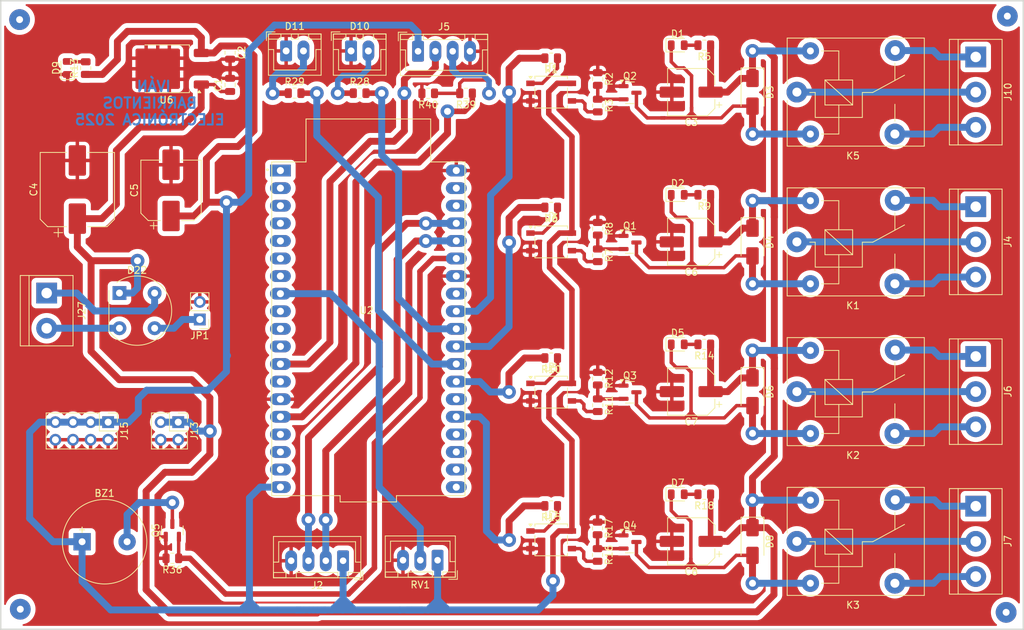
<source format=kicad_pcb>
(kicad_pcb (version 20240108) (generator "pcbnew") (generator_version "8.0")
  (layers (0 "F.Cu" signal) (31 "B.Cu" signal) (34 "B.Paste" user) (35 "F.Paste" user) (36 "B.SilkS" user "B.Silkscreen") (37 "F.SilkS" user "F.Silkscreen") (38 "B.Mask" user) (39 "F.Mask" user) (44 "Edge.Cuts" user))
  (net 0 "")
  (net 1 "Net-(BZ1--)")
  (net 2 "+5V")
  (net 3 "+12V")
  (net 4 "Net-(D1-A)")
  (net 5 "Net-(D1-K)")
  (net 6 "Net-(D2-K)")
  (net 7 "Net-(D2-A)")
  (net 8 "Net-(D5-K)")
  (net 9 "Net-(D5-A)")
  (net 10 "Net-(D7-K)")
  (net 11 "Net-(D7-A)")
  (net 12 "Net-(D9-A)")
  (net 13 "Net-(D10-A)")
  (net 14 "Net-(D11-A)")
  (net 15 "Net-(D22--)")
  (net 16 "Net-(J5-Pin_3)")
  (net 17 "Net-(J27-Pin_2)")
  (net 18 "Net-(J27-Pin_1)")
  (net 19 "Net-(J4-Pin_1)")
  (net 20 "Net-(J4-Pin_3)")
  (net 21 "Net-(J4-Pin_2)")
  (net 22 "Net-(J6-Pin_3)")
  (net 23 "Net-(J6-Pin_1)")
  (net 24 "Net-(J6-Pin_2)")
  (net 25 "Net-(J7-Pin_1)")
  (net 26 "Net-(J7-Pin_3)")
  (net 27 "Net-(J7-Pin_2)")
  (net 28 "Net-(J10-Pin_2)")
  (net 29 "Net-(J10-Pin_3)")
  (net 30 "Net-(J10-Pin_1)")
  (net 31 "TRIG")
  (net 32 "ECHO")
  (net 33 "Net-(Q1-G)")
  (net 34 "Net-(Q2-G)")
  (net 35 "Net-(Q3-G)")
  (net 36 "Net-(Q4-G)")
  (net 37 "BUZZER")
  (net 38 "RELAY 1")
  (net 39 "Net-(R1-Pad1)")
  (net 40 "Net-(R3-Pad2)")
  (net 41 "Net-(R6-Pad1)")
  (net 42 "RELAY 2")
  (net 43 "Net-(R7-Pad2)")
  (net 44 "Net-(R10-Pad1)")
  (net 45 "RELAY 3")
  (net 46 "Net-(R11-Pad2)")
  (net 47 "RELAY 4")
  (net 48 "Net-(R15-Pad1)")
  (net 49 "Net-(R16-Pad2)")
  (net 51 "LED - ADVERTENCIA 1")
  (net 52 "LED - ADVERTENCIA 2")
  (net 53 "POTENCIOMETRO")
  (net 63 "+3.3V")
  (net 65 "Earth")
  (net 70 "RX0")
  (net 71 "TX0")
  (net 77 "unconnected-(U2-IO32-Pad7)")
  (footprint "TerminalBlock:TerminalBlock_bornier-3_P5.08mm" (layer "F.Cu") (at 207.165 53.894445 -90)
    (property "Reference" "J10")
    (property "Value" "SALIDA - RELAY 1")
  )
  (footprint "TerminalBlock:TerminalBlock_bornier-3_P5.08mm" (layer "F.Cu") (at 207.165 97.145555 -90)
    (property "Reference" "J6")
    (property "Value" "SALIDA - RELAY 3")
  )
  (footprint "Resistor_SMD:R_0805_2012Metric" (layer "F.Cu") (at 152.575 100.355555 -90)
    (property "Reference" "R12")
    (property "Value" "33KΩ")
  )
  (footprint "Resistor_SMD:R_0805_2012Metric" (layer "F.Cu") (at 152.575 60.913055 -90)
    (property "Reference" "R3")
    (property "Value" "1KΩ")
  )
  (footprint "Capacitor_SMD:CP_Elec_10x10.5" (layer "F.Cu") (at 77.423332 73.0425 90)
    (property "Reference" "C4")
    (property "Value" "2200uF")
  )
  (footprint "Capacitor_SMD:C_0805_2012Metric" (layer "F.Cu") (at 99.483332 53.26 -90)
    (property "Reference" "C2")
    (property "Value" "100nF")
  )
  (footprint "TerminalBlock:TerminalBlock_bornier-3_P5.08mm" (layer "F.Cu") (at 207.165 118.771111 -90)
    (property "Reference" "J7")
    (property "Value" "SALIDA - RELAY 4")
  )
  (footprint "Resistor_SMD:R_0805_2012Metric" (layer "F.Cu") (at 167.9625 73.800555 180)
    (property "Reference" "R9")
    (property "Value" "470Ω")
  )
  (footprint "Diode_SMD:D_SMA" (layer "F.Cu") (at 174.925 58.996945 -90)
    (property "Reference" "D3")
    (property "Value" "1N4007")
  )
  (footprint "Resistor_SMD:R_0805_2012Metric" (layer "F.Cu") (at 108.8 59.125)
    (property "Reference" "R29")
    (property "Value" "220Ω")
  )
  (footprint "Connector_JST:JST_XH_B2B-XH-A_1x02_P2.50mm_Vertical" (layer "F.Cu") (at 107.575 53.025)
    (property "Reference" "D11")
    (property "Value" "LED")
  )
  (footprint "Resistor_SMD:R_0805_2012Metric" (layer "F.Cu") (at 167.9625 52.200555 180)
    (property "Reference" "R5")
    (property "Value" "470Ω")
  )
  (footprint "Capacitor_SMD:C_0805_2012Metric" (layer "F.Cu") (at 99.483332 57.93 90)
    (property "Reference" "C1")
    (property "Value" "100nF")
  )
  (footprint "Package_TO_SOT_SMD:TO-252-2" (layer "F.Cu") (at 90.293332 55.6 180)
    (property "Reference" "U6")
    (property "Value" "L7805")
  )
  (footprint "Package_TO_SOT_SMD:SOT-23" (layer "F.Cu") (at 157.225 59.061945)
    (property "Reference" "Q2")
    (property "Value" "2N7000")
  )
  (footprint "Relay_THT:Relay_SPDT_SANYOU_SRD_Series_Form_C" (layer "F.Cu") (at 181.335 80.6)
    (property "Reference" "K1")
    (property "Value" "RELAY 2")
  )
  (footprint "Resistor_SMD:R_0805_2012Metric" (layer "F.Cu") (at 78.633332 55.505 90)
    (property "Reference" "R13")
    (property "Value" "220Ω")
  )
  (footprint "Resistor_SMD:R_0805_2012Metric" (layer "F.Cu") (at 91.143332 126.2975 180)
    (property "Reference" "R36")
    (property "Value" "33KΩ")
  )
  (footprint "Relay_THT:Relay_SPDT_SANYOU_SRD_Series_Form_C" (layer "F.Cu") (at 181.335 58.974445)
    (property "Reference" "K5")
    (property "Value" "RELAY 1")
  )
  (footprint "LED_SMD:LED_0805_2012Metric" (layer "F.Cu") (at 164.125 95.400555)
    (property "Reference" "D5")
    (property "Value" "LED")
  )
  (footprint "Buzzer_Beeper:MagneticBuzzer_ProSignal_ABT-410-RC" (layer "F.Cu") (at 78.108332 123.9)
    (property "Reference" "BZ1")
    (property "Value" "Buzzer")
  )
  (footprint "Capacitor_SMD:CP_Elec_6.3x5.4" (layer "F.Cu") (at 166.075 80.6 180)
    (property "Reference" "C6")
    (property "Value" "10uF")
  )
  (footprint "Package_TO_SOT_SMD:SOT-23" (layer "F.Cu") (at 157.225 80.6875)
    (property "Reference" "Q1")
    (property "Value" "2N7000")
  )
  (footprint "Package_TO_SOT_SMD:SOT-23" (layer "F.Cu") (at 91.143332 122.2625 90)
    (property "Reference" "Q5")
    (property "Value" "2N7000")
  )
  (footprint "Package_SO:SO-4_4.4x4.3mm_P2.54mm" (layer "F.Cu") (at 145.85 102.300555)
    (property "Reference" "U5")
    (property "Value" "PC817")
  )
  (footprint "Capacitor_SMD:CP_Elec_8x10.5" (layer "F.Cu") (at 90.953332 73.16 90)
    (property "Reference" "C5")
    (property "Value" "1000uF")
  )
  (footprint "LED_SMD:LED_0805_2012Metric" (layer "F.Cu") (at 164.125 52.200555)
    (property "Reference" "D1")
    (property "Value" "LED")
  )
  (footprint "Connector_PinHeader_2.54mm:PinHeader_1x02_P2.54mm_Vertical" (layer "F.Cu") (at 95.103332 91.81 180)
    (property "Reference" "JP1")
    (property "Value" "JUMPER")
  )
  (footprint "Connector_JST:JST_XH_B2B-XH-A_1x02_P2.50mm_Vertical" (layer "F.Cu") (at 116.95 53.025)
    (property "Reference" "D10")
    (property "Value" "LED")
  )
  (footprint "Relay_THT:Relay_SPDT_SANYOU_SRD_Series_Form_C" (layer "F.Cu") (at 181.335 102.225555)
    (property "Reference" "K2")
    (property "Value" "RELAY 3")
  )
  (footprint "Resistor_SMD:R_0805_2012Metric" (layer "F.Cu") (at 167.9625 117.050555 180)
    (property "Reference" "R18")
    (property "Value" "470Ω")
  )
  (footprint "Connector_JST:JST_XH_B4B-XH-A_1x04_P2.50mm_Vertical" (layer "F.Cu") (at 126.625 53.075)
    (property "Reference" "J5")
    (property "Value" "SENSOR ULTRASONICO")
  )
  (footprint "Resistor_SMD:R_0805_2012Metric" (layer "F.Cu") (at 145.85 118.725555 180)
    (property "Reference" "R15")
    (property "Value" "120Ω")
  )
  (footprint "Resistor_SMD:R_0805_2012Metric" (layer "F.Cu") (at 145.85 97.375555 180)
    (property "Reference" "R10")
    (property "Value" "120Ω")
  )
  (footprint "Capacitor_SMD:CP_Elec_6.3x5.4" (layer "F.Cu") (at 166.075 58.974445 180)
    (property "Reference" "C3")
    (property "Value" "10uF")
  )
  (footprint "LED_SMD:LED_0805_2012Metric" (layer "F.Cu") (at 164.125 117.050555)
    (property "Reference" "D7")
    (property "Value" "LED")
  )
  (footprint "Resistor_SMD:R_0805_2012Metric" (layer "F.Cu") (at 128.091668 59.15 180)
    (property "Reference" "R40")
    (property "Value" "2KΩ")
  )
  (footprint "Connector_PinHeader_2.54mm:PinHeader_2x04_P2.54mm_Vertical" (layer "F.Cu") (at 81.873332 106.635 -90)
    (property "Reference" "J15")
    (property "Value" "5V - GND")
  )
  (footprint "Resistor_SMD:R_0805_2012Metric" (layer "F.Cu") (at 133.554168 59.15 180)
    (property "Reference" "R39")
    (property "Value" "1KΩ")
  )
  (footprint "Resistor_SMD:R_0805_2012Metric" (layer "F.Cu") (at 145.85 54.075555 180)
    (property "Reference" "R1")
    (property "Value" "120Ω")
  )
  (footprint "Package_TO_SOT_SMD:SOT-23" (layer "F.Cu") (at 157.225 123.938611)
    (property "Reference" "Q4")
    (property "Value" "2N7000")
  )
  (footprint "Diode_SMD:D_SMA" (layer "F.Cu") (at 174.925 123.873611 -90)
    (property "Reference" "D8")
    (property "Value" "1N4007")
  )
  (footprint "TerminalBlock:TerminalBlock_bornier-3_P5.08mm" (layer "F.Cu") (at 207.165 75.52 -90)
    (property "Reference" "J4")
    (property "Value" "SALIDA - RELAY 2")
  )
  (footprint "LED_SMD:LED_0805_2012Metric" (layer "F.Cu") (at 76.023332 55.485 90)
    (property "Reference" "D9")
    (property "Value" "LED")
  )
  (footprint "Package_TO_SOT_SMD:SOT-23" (layer "F.Cu") (at 157.225 102.313055)
    (property "Reference" "Q3")
    (property "Value" "2N7000")
  )
  (footprint "Connector_JST:JST_XH_B3B-XH-A_1x03_P2.50mm_Vertical" (layer "F.Cu") (at 129.45 126.575 180)
    (property "Reference" "RV1")
    (property "Value" "POTENCIOMETRO")
  )
  (footprint "Connector_PinHeader_2.54mm:PinHeader_2x02_P2.54mm_Vertical" (layer "F.Cu") (at 91.993332 106.635 -90)
    (property "Reference" "J13")
    (property "Value" "12V - GND")
  )
  (footprint "Diode_SMD:D_SMA" (layer "F.Cu") (at 174.925 102.248055 -90)
    (property "Reference" "D6")
    (property "Value" "1N4007")
  )
  (footprint "Package_SO:SO-4_4.4x4.3mm_P2.54mm" (layer "F.Cu") (at 145.85 80.6)
    (property "Reference" "U3")
    (property "Value" "PC817")
  )
  (footprint "Package_SO:SO-4_4.4x4.3mm_P2.54mm" (layer "F.Cu") (at 145.85 58.974445)
    (property "Reference" "U1")
    (property "Value" "PC817")
  )
  (footprint "Capacitor_SMD:CP_Elec_6.3x5.4" (layer "F.Cu") (at 166.075 123.851111 180)
    (property "Reference" "C8")
    (property "Value" "10uF")
  )
  (footprint "Resistor_SMD:R_0805_2012Metric" (layer "F.Cu") (at 167.9625 95.400555 180)
    (property "Reference" "R14")
    (property "Value" "470Ω")
  )
  (footprint "Diode_SMD:D_SMA" (layer "F.Cu") (at 174.925 80.6225 -90)
    (property "Reference" "D4")
    (property "Value" "1N4007")
  )
  (footprint "Relay_THT:Relay_SPDT_SANYOU_SRD_Series_Form_C" (layer "F.Cu") (at 181.335 123.851111)
    (property "Reference" "K3")
    (property "Value" "RELAY 4")
  )
  (footprint "Connector_JST:JST_XH_B4B-XH-A_1x04_P2.50mm_Vertical" (layer "F.Cu") (at 115.8 126.65 180)
    (property "Reference" "J2")
    (property "Value" "MP3-PLAYER")
  )
  (footprint "Diode_THT:Diode_Bridge_Round_D9.8mm" (layer "F.Cu") (at 83.503332 87.99)
    (property "Reference" "D22")
    (property "Value" "D_Bridge_+A-A")
  )
  (footprint "Resistor_SMD:R_0805_2012Metric" (layer "F.Cu") (at 152.55 121.980555 -90)
    (property "Reference" "R17")
    (property "Value" "33KΩ")
  )
  (footprint "Resistor_SMD:R_0805_2012Metric" (layer "F.Cu") (at 152.55 125.813055 -90)
    (property "Reference" "R16")
    (property "Value" "1KΩ")
  )
  (footprint "Resistor_SMD:R_0805_2012Metric" (layer "F.Cu") (at 152.575 82.538055 -90)
    (property "Reference" "R7")
    (property "Value" "1KΩ")
  )
  (footprint "DEVKIT_V1_ESP32-WROOM-32:MODULE_DEVKIT_V1_ESP32-WROOM-32" (layer "F.Cu") (at 119.4475 93.15)
    (property "Reference" "U2")
    (property "Value" "DEVKIT_V1_ESP32-WROOM-32")
  )
  (footprint "Capacitor_SMD:CP_Elec_6.3x5.4" (layer "F.Cu") (at 166.075 102.225555 180)
    (property "Reference" "C7")
    (property "Value" "10uF")
  )
  (footprint "LED_SMD:LED_0805_2012Metric" (layer "F.Cu") (at 164.125 73.800555)
    (property "Reference" "D2")
    (property "Value" "LED")
  )
  (footprint "Resistor_SMD:R_0805_2012Metric" (layer "F.Cu") (at 152.575 104.188055 -90)
    (property "Reference" "R11")
    (property "Value" "1KΩ")
  )
  (footprint "Resistor_SMD:R_0805_2012Metric" (layer "F.Cu") (at 152.575 57.080555 -90)
    (property "Reference" "R2")
    (property "Value" "33KΩ")
  )
  (footprint "Resistor_SMD:R_0805_2012Metric" (layer "F.Cu") (at 145.85 75.625555 180)
    (property "Reference" "R6")
    (property "Value" "120Ω")
  )
  (footprint "Package_SO:SO-4_4.4x4.3mm_P2.54mm" (layer "F.Cu") (at 145.85 123.625555)
    (property "Reference" "U7")
    (property "Value" "PC817")
  )
  (footprint "Resistor_SMD:R_0805_2012Metric" (layer "F.Cu") (at 152.575 78.705555 -90)
    (property "Reference" "R8")
    (property "Value" "33KΩ")
  )
  (footprint "TerminalBlock:TerminalBlock_bornier-2_P5.08mm" (layer "F.Cu") (at 72.993332 87.995 -90)
    (property "Reference" "J27")
    (property "Value" "ALIMENTACIÓN - 12V")
  )
  (footprint "Resistor_SMD:R_0805_2012Metric" (layer "F.Cu") (at 118.191668 59.125)
    (property "Reference" "R28")
    (property "Value" "220Ω")
  )
  (gr_rect (start 66.353332 45.77) (end 214.033332 136.555) (stroke (width 0.2)) (fill none) (layer "Edge.Cuts"))
  (gr_text "IVÁN \nBARRIENTOS\nELECTRÓNICA 2025" (at 87.883332 63.85 0) (layer "B.Cu") (effects (font (size 1.5 1.5) (thickness 0.3) (bold yes)) (justify bottom mirror)))
  (via (at 211.55 134.1) (size 3) (drill 1) (layers "F.Cu" "B.Cu") (net 0))
  (via (at 211.725 48) (size 3) (drill 1) (layers "F.Cu" "B.Cu") (net 0))
  (via (at 69.183332 133.65) (size 3) (drill 1) (layers "F.Cu" "B.Cu") (net 0))
  (via (at 69.083332 48.5) (size 3) (drill 1) (layers "F.Cu" "B.Cu") (net 0))
  (segment (start 91.143332 121.325) (end 91.143332 118.26) (width 0.5) (layer "F.Cu") (net 1))
  (segment (start 91.143332 118.26) (end 91.133332 118.25) (width 0.5) (layer "F.Cu") (net 1))
  (via (at 91.133332 118.25) (size 2) (drill 1) (layers "F.Cu" "B.Cu") (net 1))
  (segment (start 84.608332 119.975) (end 86.333332 118.25) (width 1) (layer "B.Cu") (net 1))
  (segment (start 84.608332 123.9) (end 84.608332 119.975) (width 1) (layer "B.Cu") (net 1))
  (segment (start 86.333332 118.25) (end 91.133332 118.25) (width 1) (layer "B.Cu") (net 1))
  (segment (start 96.258332 74.875) (end 98.958332 74.875) (width 1) (layer "F.Cu") (net 2))
  (segment (start 145.5 58.925555) (end 145.5 62.075555) (width 0.8) (layer "F.Cu") (net 2))
  (segment (start 145.625 80.750555) (end 145.625 84.325555) (width 0.8) (layer "F.Cu") (net 2))
  (segment (start 148.85 122.355555) (end 148.85 109.300555) (width 0.8) (layer "F.Cu") (net 2))
  (segment (start 81.040832 56.4175) (end 83.208332 54.25) (width 1) (layer "F.Cu") (net 2))
  (segment (start 90.953332 76.86) (end 94.273332 76.86) (width 1) (layer "F.Cu") (net 2))
  (segment (start 147.12 101.030555) (end 148.85 101.030555) (width 0.8) (layer "F.Cu") (net 2))
  (segment (start 84.658332 50.2) (end 94.433332 50.2) (width 1) (layer "F.Cu") (net 2))
  (segment (start 145.625 84.325555) (end 148.85 87.550555) (width 0.8) (layer "F.Cu") (net 2))
  (segment (start 148.85 87.550555) (end 148.85 101.030555) (width 0.8) (layer "F.Cu") (net 2))
  (segment (start 78.633332 56.4175) (end 81.040832 56.4175) (width 1) (layer "F.Cu") (net 2))
  (segment (start 146.108332 123.216668) (end 146.108332 129.55) (width 0.8) (layer "F.Cu") (net 2))
  (segment (start 96.058332 68.625) (end 96.058332 75.075) (width 1) (layer "F.Cu") (net 2))
  (segment (start 95.220832 75.9125) (end 96.258332 74.875) (width 1) (layer "F.Cu") (net 2))
  (segment (start 98.148332 52.31) (end 99.483332 52.31) (width 1) (layer "F.Cu") (net 2))
  (segment (start 102.933332 53.725) (end 102.933332 64.525) (width 1) (layer "F.Cu") (net 2))
  (segment (start 94.433332 50.2) (end 95.333332 51.1) (width 1) (layer "F.Cu") (net 2))
  (segment (start 148.85 79.33) (end 147.045555 79.33) (width 0.8) (layer "F.Cu") (net 2))
  (segment (start 146.969445 122.355555) (end 146.108332 123.216668) (width 0.8) (layer "F.Cu") (net 2))
  (segment (start 95.333332 53.32) (end 97.138332 53.32) (width 1) (layer "F.Cu") (net 2))
  (segment (start 145.525 105.975555) (end 145.525 102.625555) (width 0.8) (layer "F.Cu") (net 2))
  (segment (start 101.518332 52.31) (end 102.933332 53.725) (width 1) (layer "F.Cu") (net 2))
  (segment (start 100.633332 66.825) (end 97.858332 66.825) (width 1) (layer "F.Cu") (net 2))
  (segment (start 148.85 65.425555) (end 148.85 79.33) (width 0.8) (layer "F.Cu") (net 2))
  (segment (start 97.138332 53.32) (end 98.148332 52.31) (width 1) (layer "F.Cu") (net 2))
  (segment (start 146.72111 57.704445) (end 145.5 58.925555) (width 0.8) (layer "F.Cu") (net 2))
  (segment (start 97.858332 66.825) (end 96.058332 68.625) (width 1) (layer "F.Cu") (net 2))
  (segment (start 145.525 102.625555) (end 147.12 101.030555) (width 0.8) (layer "F.Cu") (net 2))
  (segment (start 99.483332 52.31) (end 101.518332 52.31) (width 1) (layer "F.Cu") (net 2))
  (segment (start 95.333332 51.1) (end 95.333332 53.32) (width 1) (layer "F.Cu") (net 2))
  (segment (start 83.208332 54.25) (end 83.208332 51.65) (width 1) (layer "F.Cu") (net 2))
  (segment (start 148.85 109.300555) (end 145.525 105.975555) (width 0.8) (layer "F.Cu") (net 2))
  (segment (start 147.045555 79.33) (end 145.625 80.750555) (width 0.8) (layer "F.Cu") (net 2))
  (segment (start 145.5 62.075555) (end 148.85 65.425555) (width 0.8) (layer "F.Cu") (net 2))
  (segment (start 148.85 122.355555) (end 146.969445 122.355555) (width 0.8) (layer "F.Cu") (net 2))
  (segment (start 94.273332 76.86) (end 95.220832 75.9125) (width 1) (layer "F.Cu") (net 2))
  (segment (start 83.208332 51.65) (end 84.658332 50.2) (width 1) (layer "F.Cu") (net 2))
  (segment (start 102.933332 64.525) (end 100.633332 66.825) (width 1) (layer "F.Cu") (net 2))
  (segment (start 96.058332 75.075) (end 95.220832 75.9125) (width 1) (layer "F.Cu") (net 2))
  (segment (start 148.85 57.704445) (end 146.72111 57.704445) (width 0.8) (layer "F.Cu") (net 2))
  (via (at 146.108332 129.55) (size 2) (drill 1) (layers "F.Cu" "B.Cu") (net 2))
  (via (at 98.958332 74.875) (size 2) (drill 1) (layers "F.Cu" "B.Cu") (net 2))
  (segment (start 125.575 49.3) (end 105.9 49.3) (width 1) (layer "B.Cu") (net 2))
  (segment (start 112.108332 133.75) (end 112.683332 133.75) (width 1) (layer "B.Cu") (net 2))
  (segment (start 98.958332 95.8) (end 98.958332 93.625) (width 1) (layer "B.Cu") (net 2))
  (segment (start 102.275 131.775) (end 102.275 132.5) (width 1) (layer "B.Cu") (net 2))
  (segment (start 81.873332 106.635) (end 74.253332 106.635) (width 1) (layer "B.Cu") (net 2))
  (segment (start 84.823332 106.635) (end 81.873332 106.635) (width 1) (layer "B.Cu") (net 2))
  (segment (start 71.998332 106.635) (end 74.253332 106.635) (width 1) (layer "B.Cu") (net 2))
  (segment (start 112.683332 133.75) (end 113.233332 133.75) (width 1) (layer "B.Cu") (net 2))
  (segment (start 98.958332 99.325) (end 96.258332 102.025) (width 1) (layer "B.Cu") (net 2))
  (segment (start 129.45 131.95) (end 129.45 133.7) (width 1) (layer "B.Cu") (net 2))
  (segment (start 105.9 49.3) (end 102.175 53.025) (width 1) (layer "B.Cu") (net 2))
  (segment (start 102.275 132.55) (end 101.075 133.75) (width 1) (layer "B.Cu") (net 2))
  (segment (start 73.908332 123.9) (end 70.533332 120.525) (width 1) (layer "B.Cu") (net 2))
  (segment (start 129.5 133.75) (end 130.925 133.75) (width 1) (layer "B.Cu") (net 2))
  (segment (start 117.425 133.75) (end 123.983332 133.75) (width 1) (layer "B.Cu") (net 2))
  (segment (start 98.958332 85.775) (end 98.958332 81.675) (width 1) (layer "B.Cu") (net 2))
  (segment (start 115.8 126.65) (end 115.8 131.825) (width 1) (layer "B.Cu") (net 2))
  (segment (start 129.45 133.7) (end 129.5 133.75) (width 1) (layer "B.Cu") (net 2))
  (segment (start 111.508332 133.75) (end 112.108332 133.75) (width 1) (layer "B.Cu") (net 2))
  (segment (start 124.983332 133.75) (end 125.733332 133.75) (width 1) (layer "B.Cu") (net 2))
  (segment (start 127.233332 133.75) (end 128.05 133.75) (width 1) (layer "B.Cu") (net 2))
  (segment (start 125.733332 133.75) (end 127.233332 133.75) (width 1) (layer "B.Cu") (net 2))
  (segment (start 129.45 126.575) (end 129.45 131.95) (width 1) (layer "B.Cu") (net 2))
  (segment (start 123.983332 133.75) (end 127.233332 133.75) (width 1) (layer "B.Cu") (net 2))
  (segment (start 102.275 133.75) (end 103.525 133.75) (width 1) (layer "B.Cu") (net 2))
  (segment (start 146.108332 131.616668) (end 146.108332 129.55) (width 1) (layer "B.Cu") (net 2))
  (segment (start 102.275 132.5) (end 103.525 133.75) (width 1) (layer "B.Cu") (net 2))
  (segment (start 98.958332 83.65) (end 98.958332 81.675) (width 1) (layer "B.Cu") (net 2))
  (segment (start 78.108332 129.625) (end 82.233332 133.75) (width 1) (layer "B.Cu") (net 2))
  (segment (start 98.958332 94.425) (end 98.958332 94.4) (width 1) (layer "B.Cu") (net 2))
  (segment (start 78.108332 123.9) (end 73.908332 123.9) (width 1) (layer "B.Cu") (net 2))
  (segment (start 128.05 133.75) (end 129.5 133.75) (width 1) (layer "B.Cu") (net 2))
  (segment (start 114.2 133.75) (end 115.75 133.75) (width 1) (layer "B.Cu") (net 2))
  (segment (start 129.45 132.275) (end 129.45 132.35) (width 1) (layer "B.Cu") (net 2))
  (segment (start 102.175 53.025) (end 102.175 73.65) (width 1) (layer "B.Cu") (net 2))
  (segment (start 98.958332 97.025) (end 98.958332 99.325) (width 1) (layer "B.Cu") (net 2))
  (segment (start 82.233332 133.75) (end 101.075 133.75) (width 1) (layer "B.Cu") (net 2))
  (segment (start 101.075 133.75) (end 102.275 133.75) (width 1) (layer "B.Cu") (net 2))
  (segment (start 109.108332 133.75) (end 110.083332 133.75) (width 1) (layer "B.Cu") (net 2))
  (segment (start 113.233332 133.75) (end 114.2 133.75) (width 1) (layer "B.Cu") (net 2))
  (segment (start 87.433332 102.025) (end 86.233332 103.225) (width 1) (layer "B.Cu") (net 2))
  (segment (start 78.108332 123.9) (end 78.108332 129.625) (width 1) (layer "B.Cu") (net 2))
  (segment (start 102.275 132.5) (end 102.275 132.55) (width 1) (layer "B.Cu") (net 2))
  (segment (start 129.45 132.275) (end 130.925 133.75) (width 1) (layer "B.Cu") (net 2))
  (segment (start 100.95 74.875) (end 98.958332 74.875) (width 1) (layer "B.Cu") (net 2))
  (segment (start 110.933332 133.75) (end 111.508332 133.75) (width 1) (layer "B.Cu") (net 2))
  (segment (start 110.083332 133.75) (end 110.933332 133.75) (width 1) (layer "B.Cu") (net 2))
  (segment (start 115.8 132.125) (end 115.8 132.15) (width 1) (layer "B.Cu") (net 2))
  (segment (start 126.625 50.35) (end 125.575 49.3) (width 1) (layer "B.Cu") (net 2))
  (segment (start 126.625 53.075) (end 126.625 50.35) (width 1) (layer "B.Cu") (net 2))
  (segment (start 102.275 131.775) (end 102.275 133.75) (width 1) (layer "B.Cu") (net 2))
  (segment (start 115.8 133.7) (end 115.75 133.75) (width 1) (layer "B.Cu") (net 2))
  (segment (start 98.958332 74.875) (end 98.958332 81.675) (width 1) (layer "B.Cu") (net 2))
  (segment (start 98.958332 94.4) (end 98.958332 97.025) (width 1) (layer "B.Cu") (net 2))
  (segment (start 102.175 73.65) (end 100.95 74.875) (width 1) (layer "B.Cu") (net 2))
  (segment (start 106.308332 133.75) (end 109.108332 133.75) (width 1) (layer "B.Cu") (net 2))
  (segment (start 103.525 133.75) (end 106.308332 133.75) (width 1) (layer "B.Cu") (net 2))
  (segment (start 115.8 131.825) (end 115.8 132.125) (width 1) (layer "B.Cu") (net 2))
  (segment (start 127.058332 133.75) (end 127.233332 133.75) (width 1) (layer "B.Cu") (net 2))
  (segment (start 130.925 133.75) (end 143.975 133.75) (width 1) (layer "B.Cu") (net 2))
  (segment (start 98.958332 93.625) (end 98.958332 94.4) (width 1) (layer "B.Cu") (net 2))
  (segment (start 115.8 131.825) (end 115.8 133.7) (width 1) (layer "B.Cu") (net 2))
  (segment (start 115.8 132.15) (end 114.2 133.75) (width 1) (layer "B.Cu") (net 2))
  (segment (start 124.008332 133.75) (end 123.983332 133.75) (width 1) (layer "B.Cu") (net 2))
  (segment (start 129.45 132.35) (end 128.05 133.75) (width 1) (layer "B.Cu") (net 2))
  (segment (start 102.275 117.575) (end 102.275 131.775) (width 1) (layer "B.Cu") (net 2))
  (segment (start 86.233332 105.225) (end 84.823332 106.635) (width 1) (layer "B.Cu") (net 2))
  (segment (start 96.258332 102.025) (end 87.433332 102.025) (width 1) (layer "B.Cu") (net 2))
  (segment (start 98.958332 93.625) (end 98.958332 85.775) (width 1) (layer "B.Cu") (net 2))
  (segment (start 129.45 131.95) (end 129.45 132.275) (width 1) (layer "B.Cu") (net 2))
  (segment (start 143.975 133.75) (end 146.108332 131.616668) (width 1) (layer "B.Cu") (net 2))
  (segment (start 112.933332 133.75) (end 113.233332 133.75) (width 1) (layer "B.Cu") (net 2))
  (segment (start 99.108332 97.025) (end 98.958332 97.025) (width 1) (layer "B.Cu") (net 2))
  (segment (start 70.533332 120.525) (end 70.533332 108.1) (width 1) (layer "B.Cu") (net 2))
  (segment (start 103.83 116.02) (end 102.275 117.575) (width 1) (layer "B.Cu") (net 2))
  (segment (start 109.708332 133.75) (end 109.108332 133.75) (width 1) (layer "B.Cu") (net 2))
  (segment (start 86.233332 103.225) (end 86.233332 105.225) (width 1) (layer "B.Cu") (net 2))
  (segment (start 70.533332 108.1) (end 71.998332 106.635) (width 1) (layer "B.Cu") (net 2))
  (segment (start 115.75 133.75) (end 117.425 133.75) (width 1) (layer "B.Cu") (net 2))
  (segment (start 106.7475 116.02) (end 103.83 116.02) (width 1) (layer "B.Cu") (net 2))
  (segment (start 115.8 132.125) (end 117.425 133.75) (width 1) (layer "B.Cu") (net 2))
  (segment (start 177.023056 121.873611) (end 178.025 122.875555) (width 1) (layer "F.Cu") (net 3))
  (segment (start 171.30111 58.974445) (end 168.875 58.974445) (width 1) (layer "F.Cu") (net 3))
  (segment (start 178.075 97.300555) (end 177.05 96.275555) (width 1) (layer "F.Cu") (net 3))
  (segment (start 86.433332 64.025) (end 92.508332 64.025) (width 1) (layer "F.Cu") (net 3))
  (segment (start 83.058332 75.15) (end 83.058332 67.4) (width 1) (layer "F.Cu") (net 3))
  (segment (start 177.1 53.025555) (end 178.075 54.000555) (width 1) (layer "F.Cu") (net 3))
  (segment (start 96.558332 103.125) (end 96.558332 107.925) (width 1) (layer "F.Cu") (net 3))
  (segment (start 174.925 56.996945) (end 173.27861 56.996945) (width 1) (layer "F.Cu") (net 3))
  (segment (start 83.483332 100.5) (end 93.933332 100.5) (width 1) (layer "F.Cu") (net 3))
  (segment (start 174.925 121.873611) (end 177.023056 121.873611) (width 1) (layer "F.Cu") (net 3))
  (segment (start 168.875 102.225555) (end 171.35 102.225555) (width 1) (layer "F.Cu") (net 3))
  (segment (start 98.163332 58.88) (end 99.483332 58.88) (width 0.5) (layer "F.Cu") (net 3))
  (segment (start 90.083332 113.875) (end 93.958332 113.875) (width 1) (layer "F.Cu") (net 3))
  (segment (start 95.333332 57.88) (end 97.163332 57.88) (width 0.5) (layer "F.Cu") (net 3))
  (segment (start 79.408332 83.325) (end 79.408332 96.425) (width 1) (layer "F.Cu") (net 3))
  (segment (start 93.958332 113.875) (end 96.558332 111.275) (width 1) (layer "F.Cu") (net 3))
  (segment (start 171.35 102.225555) (end 173.3275 100.248055) (width 1) (layer "F.Cu") (net 3))
  (segment (start 168.875 52.200555) (end 168.875 59.125555) (width 1) (layer "F.Cu") (net 3))
  (segment (start 173.3275 100.248055) (end 174.925 100.248055) (width 1) (layer "F.Cu") (net 3))
  (segment (start 175.55 134.025555) (end 101.65 134.025555) (width 1) (layer "F.Cu") (net 3))
  (segment (start 79.408332 96.425) (end 83.483332 100.5) (width 1) (layer "F.Cu") (net 3))
  (segment (start 174.925 121.873611) (end 174.925 117.900555) (width 1) (layer "F.Cu") (net 3))
  (segment (start 178.075 54.000555) (end 178.075 77.025555) (width 1) (layer "F.Cu") (net 3))
  (segment (start 93.933332 100.5) (end 96.558332 103.125) (width 1) (layer "F.Cu") (net 3))
  (segment (start 174.925 114.675555) (end 178.075 111.525555) (width 1) (layer "F.Cu") (net 3))
  (segment (start 77.423332 77.2425) (end 80.965832 77.2425) (width 1) (layer "F.Cu") (net 3))
  (segment (start 168.875 117.050555) (end 168.875 123.851111) (width 0.8) (layer "F.Cu") (net 3))
  (segment (start 96.433332 108.05) (end 96.558332 107.925) (width 1) (layer "F.Cu") (net 3))
  (segment (start 174.925 74.650555) (end 174.925 78.6225) (width 1) (layer "F.Cu") (net 3))
  (segment (start 95.308332 57.905) (end 95.333332 57.88) (width 1) (layer "F.Cu") (net 3))
  (segment (start 177.3 74.650555) (end 174.925 74.650555) (width 1) (layer "F.Cu") (net 3))
  (segment (start 168.875 73.800555) (end 168.875 80.6) (width 1) (layer "F.Cu") (net 3))
  (segment (start 174.925 117.900555) (end 174.925 114.675555) (width 1) (layer "F.Cu") (net 3))
  (segment (start 173.301944 121.873611) (end 174.925 121.873611) (width 1) (layer "F.Cu") (net 3))
  (segment (start 80.965832 77.2425) (end 83.058332 75.15) (width 1) (layer "F.Cu") (net 3))
  (segment (start 178.075 75.425555) (end 177.3 74.650555) (width 1) (layer "F.Cu") (net 3))
  (segment (start 171.324444 123.851111) (end 173.301944 121.873611) (width 1) (layer "F.Cu") (net 3))
  (segment (start 178.025 122.875555) (end 178.025 131.550555) (width 1) (layer "F.Cu") (net 3))
  (segment (start 173.528055 78.6225) (end 174.925 78.6225) (width 1) (layer "F.Cu") (net 3))
  (segment (start 174.925 96.275555) (end 174.925 100.248055) (width 1) (layer "F.Cu") (net 3))
  (segment (start 173.27861 56.996945) (end 171.30111 58.974445) (width 1) (layer "F.Cu") (net 3))
  (segment (start 168.875 80.6) (end 171.550555 80.6) (width 1) (layer "F.Cu") (net 3))
  (segment (start 77.423332 81.34) (end 77.423332 77.2425) (width 1) (layer "F.Cu") (net 3))
  (segment (start 90.733332 134.2) (end 87.358332 130.825) (width 1) (layer "F.Cu") (net 3))
  (segment (start 171.550555 80.6) (end 173.528055 78.6225) (width 1) (layer "F.Cu") (net 3))
  (segment (start 79.408332 83.325) (end 77.423332 81.34) (width 1) (layer "F.Cu") (net 3))
  (segment (start 174.925 56.996945) (end 174.925 53.025555) (width 1) (layer "F.Cu") (net 3))
  (segment (start 86.108332 83.325) (end 79.408332 83.325) (width 1) (layer "F.Cu") (net 3))
  (segment (start 87.358332 116.6) (end 90.083332 113.875) (width 1) (layer "F.Cu") (net 3))
  (segment (start 178.075 111.525555) (end 178.075 98.925555) (width 1) (layer "F.Cu") (net 3))
  (segment (start 112.033332 134.2) (end 109.633332 134.2) (width 1) (layer "F.Cu") (net 3))
  (segment (start 97.163332 57.88) (end 98.163332 58.88) (width 0.5) (layer "F.Cu") (net 3))
  (segment (start 92.508332 64.025) (end 95.308332 61.225) (width 1) (layer "F.Cu") (net 3))
  (segment (start 168.875 123.851111) (end 171.324444 123.851111) (width 1) (layer "F.Cu") (net 3))
  (segment (start 178.075 77.025555) (end 178.075 75.425555) (width 1) (layer "F.Cu") (net 3))
  (segment (start 178.025 131.550555) (end 175.55 134.025555) (width 1) (layer "F.Cu") (net 3))
  (segment (start 87.358332 130.825) (end 87.358332 116.6) (width 1) (layer "F.Cu") (net 3))
  (segment (start 112.033332 134.2) (end 90.733332 134.2) (width 1) (layer "F.Cu") (net 3))
  (segment (start 177.05 96.275555) (end 174.925 96.275555) (width 1) (layer "F.Cu") (net 3))
  (segment (start 174.925 53.025555) (end 177.1 53.025555) (width 1) (layer "F.Cu") (net 3))
  (segment (start 95.308332 61.225) (end 95.308332 57.905) (width 1) (layer "F.Cu") (net 3))
  (segment (start 178.075 98.925555) (end 178.075 77.025555) (width 1) (layer "F.Cu") (net 3))
  (segment (start 178.075 98.925555) (end 178.075 97.300555) (width 1) (layer "F.Cu") (net 3))
  (segment (start 168.875 102.225555) (end 168.875 95.400555) (width 1) (layer "F.Cu") (net 3))
  (segment (start 96.558332 111.275) (end 96.558332 107.925) (width 1) (layer "F.Cu") (net 3))
  (segment (start 83.058332 67.4) (end 86.433332 64.025) (width 1) (layer "F.Cu") (net 3))
  (via (at 96.558332 107.925) (size 2) (drill 1) (layers "F.Cu" "B.Cu") (net 3))
  (via (at 174.925 117.900555) (size 2) (drill 1) (layers "F.Cu" "B.Cu") (net 3))
  (via (at 174.925 53.025555) (size 2) (drill 1) (layers "F.Cu" "B.Cu") (net 3))
  (via (at 174.925 74.650555) (size 2) (drill 1) (layers "F.Cu" "B.Cu") (net 3))
  (via (at 86.108332 83.325) (size 2) (drill 1) (layers "F.Cu" "B.Cu") (net 3))
  (via (at 174.925 96.275555) (size 2) (drill 1) (layers "F.Cu" "B.Cu") (net 3))
  (segment (start 183.284444 117.900555) (end 183.285 117.901111) (width 1) (layer "B.Cu") (net 3))
  (segment (start 85.393332 87.99) (end 86.108332 87.275) (width 1) (layer "B.Cu") (net 3))
  (segment (start 183.285 53.024445) (end 174.92611 53.024445) (width 1) (layer "B.Cu") (net 3))
  (segment (start 174.925 117.900555) (end 183.284444 117.900555) (width 1) (layer "B.Cu") (net 3))
  (segment (start 89.453332 106.635) (end 91.993332 106.635) (width 1) (layer "B.Cu") (net 3))
  (segment (start 174.925 74.650555) (end 183.284445 74.650555) (width 1) (layer "B.Cu") (net 3))
  (segment (start 94.883332 107.925) (end 93.593332 106.635) (width 1) (layer "B.Cu") (net 3))
  (segment (start 86.108332 87.275) (end 86.108332 83.325) (width 1) (layer "B.Cu") (net 3))
  (segment (start 93.593332 106.635) (end 91.993332 106.635) (width 1) (layer "B.Cu") (net 3))
  (segment (start 96.558332 107.925) (end 94.883332 107.925) (width 1) (layer "B.Cu") (net 3))
  (segment (start 174.92611 53.024445) (end 174.925 53.025555) (width 1) (layer "B.Cu") (net 3))
  (segment (start 174.925 96.275555) (end 183.285 96.275555) (width 1) (layer "B.Cu") (net 3))
  (segment (start 183.284445 74.650555) (end 183.285 74.65) (width 1) (layer "B.Cu") (net 3))
  (segment (start 83.503332 87.99) (end 85.393332 87.99) (width 1) (layer "B.Cu") (net 3))
  (segment (start 167.05 52.200555) (end 165.0625 52.200555) (width 0.5) (layer "F.Cu") (net 4))
  (segment (start 174.925 65.025555) (end 174.925 60.996945) (width 1) (layer "F.Cu") (net 5))
  (segment (start 158.1625 61.138055) (end 159.725 62.700555) (width 0.5) (layer "F.Cu") (net 5))
  (segment (start 166.9 62.700555) (end 170.425 62.700555) (width 0.5) (layer "F.Cu") (net 5))
  (segment (start 163.1875 54.588055) (end 163.1875 52.200555) (width 0.5) (layer "F.Cu") (net 5))
  (segment (start 166.125 61.925555) (end 166.9 62.700555) (width 0.5) (layer "F.Cu") (net 5))
  (segment (start 159.725 62.700555) (end 162.225 62.700555) (width 0.5) (layer "F.Cu") (net 5))
  (segment (start 165 55.475555) (end 164.075 55.475555) (width 0.5) (layer "F.Cu") (net 5))
  (segment (start 166.125 61.925555) (end 165.35 62.700555) (width 0.5) (layer "F.Cu") (net 5))
  (segment (start 165.275 62.700555) (end 166.25 62.700555) (width 0.5) (layer "F.Cu") (net 5))
  (segment (start 170.425 62.700555) (end 172.12861 60.996945) (width 0.5) (layer "F.Cu") (net 5))
  (segment (start 166.125 56.600555) (end 165 55.475555) (width 0.5) (layer "F.Cu") (net 5))
  (segment (start 166.25 62.700555) (end 166.125 62.575555) (width 0.5) (layer "F.Cu") (net 5))
  (segment (start 162.225 62.700555) (end 165.275 62.700555) (width 0.5) (layer "F.Cu") (net 5))
  (segment (start 165.35 62.700555) (end 165.275 62.700555) (width 0.5) (layer "F.Cu") (net 5))
  (segment (start 166.25 62.700555) (end 166.9 62.700555) (width 0.5) (layer "F.Cu") (net 5))
  (segment (start 164.075 55.475555) (end 163.1875 54.588055) (width 0.5) (layer "F.Cu") (net 5))
  (segment (start 166.125 61.225555) (end 166.125 61.925555) (width 0.5) (layer "F.Cu") (net 5))
  (segment (start 161.725 62.700555) (end 162.225 62.700555) (width 0.5) (layer "F.Cu") (net 5))
  (segment (start 166.125 62.575555) (end 166.125 61.225555) (width 0.5) (layer "F.Cu") (net 5))
  (segment (start 166.125 61.225555) (end 166.125 56.600555) (width 0.5) (layer "F.Cu") (net 5))
  (segment (start 158.1625 59.061945) (end 158.1625 61.138055) (width 0.5) (layer "F.Cu") (net 5))
  (segment (start 172.12861 60.996945) (end 174.925 60.996945) (width 0.5) (layer "F.Cu") (net 5))
  (via (at 174.925 65.025555) (size 2) (drill 1) (layers "F.Cu" "B.Cu") (net 5))
  (segment (start 174.925 65.025555) (end 183.28389 65.025555) (width 1) (layer "B.Cu") (net 5))
  (segment (start 183.28389 65.025555) (end 183.285 65.024445) (width 1) (layer "B.Cu") (net 5))
  (segment (start 170.8 84.325555) (end 172.503055 82.6225) (width 0.5) (layer "F.Cu") (net 6))
  (segment (start 166.15 83.500555) (end 166.975 84.325555) (width 0.5) (layer "F.Cu") (net 6))
  (segment (start 163.1875 76.288055) (end 163.95 77.050555) (width 0.5) (layer "F.Cu") (net 6))
  (segment (start 165.05 84.325555) (end 165.325 84.325555) (width 0.5) (layer "F.Cu") (net 6))
  (segment (start 166.15 84.325555) (end 167.025 84.325555) (width 0.5) (layer "F.Cu") (net 6))
  (segment (start 158.1625 82.488055) (end 160 84.325555) (width 0.5) (layer "F.Cu") (net 6))
  (segment (start 165.325 77.050555) (end 166.15 77.875555) (width 0.5) (layer "F.Cu") (net 6))
  (segment (start 174.925 86.650555) (end 174.925 82.6225) (width 1) (layer "F.Cu") (net 6))
  (segment (start 166.15 83.450555) (end 166.15 84.325555) (width 0.5) (layer "F.Cu") (net 6))
  (segment (start 165.05 84.325555) (end 166.15 84.325555) (width 0.5) (layer "F.Cu") (net 6))
  (segment (start 163.1875 73.800555) (end 163.1875 76.288055) (width 0.5) (layer "F.Cu") (net 6))
  (segment (start 166.15 83.450555) (end 166.15 83.500555) (width 0.5) (layer "F.Cu") (net 6))
  (segment (start 158.1625 80.6875) (end 158.1625 82.488055) (width 0.5) (layer "F.Cu") (net 6))
  (segment (start 163.95 77.050555) (end 165.325 77.050555) (width 0.5) (layer "F.Cu") (net 6))
  (segment (start 160 84.325555) (end 165.05 84.325555) (width 0.5) (layer "F.Cu") (net 6))
  (segment (start 172.503055 82.6225) (end 174.925 82.6225) (width 0.5) (layer "F.Cu") (net 6))
  (segment (start 167.025 84.325555) (end 170.8 84.325555) (width 0.5) (layer "F.Cu") (net 6))
  (segment (start 165.325 84.325555) (end 166.15 83.500555) (width 0.5) (layer "F.Cu") (net 6))
  (segment (start 166.975 84.325555) (end 167.025 84.325555) (width 0.5) (layer "F.Cu") (net 6))
  (segment (start 166.15 77.875555) (end 166.15 83.450555) (width 0.5) (layer "F.Cu") (net 6))
  (via (at 174.925 86.650555) (size 2) (drill 1) (layers "F.Cu" "B.Cu") (net 6))
  (segment (start 183.284445 86.650555) (end 183.285 86.65) (width 1) (layer "B.Cu") (net 6))
  (segment (start 174.925 86.650555) (end 183.284445 86.650555) (width 1) (layer "B.Cu") (net 6))
  (segment (start 165.0625 73.800555) (end 167.05 73.800555) (width 0.5) (layer "F.Cu") (net 7))
  (segment (start 166.05 99.400555) (end 166.05 105.000555) (width 0.5) (layer "F.Cu") (net 8))
  (segment (start 166.1 106.025555) (end 166.85 106.025555) (width 0.5) (layer "F.Cu") (net 8))
  (segment (start 174.925 108.250555) (end 174.925 104.248055) (width 1) (layer "F.Cu") (net 8))
  (segment (start 160.075 106.025555) (end 165.25 106.025555) (width 0.5) (layer "F.Cu") (net 8))
  (segment (start 166.05 105.000555) (end 166.05 105.225555) (width 0.5) (layer "F.Cu") (net 8))
  (segment (start 158.1625 104.113055) (end 160.075 106.025555) (width 0.5) (layer "F.Cu") (net 8))
  (segment (start 166.05 105.225555) (end 165.25 106.025555) (width 0.5) (layer "F.Cu") (net 8))
  (segment (start 172.6275 104.248055) (end 174.925 104.248055) (width 0.5) (layer "F.Cu") (net 8))
  (segment (start 163.1875 95.400555) (end 163.1875 98.013055) (width 0.5) (layer "F.Cu") (net 8))
  (segment (start 158.1625 102.313055) (end 158.1625 104.113055) (width 0.5) (layer "F.Cu") (net 8))
  (segment (start 163.1875 98.013055) (end 163.9 98.725555) (width 0.5) (layer "F.Cu") (net 8))
  (segment (start 165.375 98.725555) (end 166.05 99.400555) (width 0.5) (layer "F.Cu") (net 8))
  (segment (start 163.9 98.725555) (end 165.375 98.725555) (width 0.5) (layer "F.Cu") (net 8))
  (segment (start 166.05 105.975555) (end 166.1 106.025555) (width 0.5) (layer "F.Cu") (net 8))
  (segment (start 170.85 106.025555) (end 172.6275 104.248055) (width 0.5) (layer "F.Cu") (net 8))
  (segment (start 166.85 106.025555) (end 170.85 106.025555) (width 0.5) (layer "F.Cu") (net 8))
  (segment (start 166.05 105.000555) (end 166.05 105.975555) (width 0.5) (layer "F.Cu") (net 8))
  (segment (start 165.25 106.025555) (end 166.1 106.025555) (width 0.5) (layer "F.Cu") (net 8))
  (segment (start 166.05 105.225555) (end 166.85 106.025555) (width 0.5) (layer "F.Cu") (net 8))
  (via (at 174.925 108.250555) (size 2) (drill 1) (layers "F.Cu" "B.Cu") (net 8))
  (segment (start 183.285 108.275555) (end 174.95 108.275555) (width 1) (layer "B.Cu") (net 8))
  (segment (start 174.95 108.275555) (end 174.925 108.250555) (width 1) (layer "B.Cu") (net 8))
  (segment (start 165.0875 95.425555) (end 165.0625 95.400555) (width 0.5) (layer "F.Cu") (net 9))
  (segment (start 167.05 95.400555) (end 165.0625 95.400555) (width 0.5) (layer "F.Cu") (net 9))
  (segment (start 158.1625 125.788055) (end 160 127.625555) (width 0.5) (layer "F.Cu") (net 10))
  (segment (start 166.025 126.325555) (end 166.025 126.850555) (width 0.5) (layer "F.Cu") (net 10))
  (segment (start 166 127.625555) (end 166.8 127.625555) (width 0.5) (layer "F.Cu") (net 10))
  (segment (start 160 127.625555) (end 165.275 127.625555) (width 0.5) (layer "F.Cu") (net 10))
  (segment (start 166.8 127.625555) (end 170.825 127.625555) (width 0.5) (layer "F.Cu") (net 10))
  (segment (start 158.1625 123.938611) (end 158.1625 125.788055) (width 0.5) (layer "F.Cu") (net 10))
  (segment (start 165.275 127.600555) (end 165.275 127.625555) (width 0.5) (layer "F.Cu") (net 10))
  (segment (start 163.1875 117.050555) (end 163.1875 119.413055) (width 0.5) (layer "F.Cu") (net 10))
  (segment (start 166.025 126.325555) (end 166.025 127.600555) (width 0.5) (layer "F.Cu") (net 10))
  (segment (start 166.025 127.600555) (end 166 127.625555) (width 0.5) (layer "F.Cu") (net 10))
  (segment (start 164.125 120.350555) (end 165.4 120.350555) (width 0.5) (layer "F.Cu") (net 10))
  (segment (start 170.825 127.625555) (end 172.576944 125.873611) (width 0.5) (layer "F.Cu") (net 10))
  (segment (start 166.025 126.850555) (end 166.8 127.625555) (width 0.5) (layer "F.Cu") (net 10))
  (segment (start 166.025 120.975555) (end 166.025 126.325555) (width 0.5) (layer "F.Cu") (net 10))
  (segment (start 165.275 127.625555) (end 166 127.625555) (width 0.5) (layer "F.Cu") (net 10))
  (segment (start 166.025 126.850555) (end 165.275 127.600555) (width 0.5) (layer "F.Cu") (net 10))
  (segment (start 174.925 129.900555) (end 174.925 125.873611) (width 1) (layer "F.Cu") (net 10))
  (segment (start 165.4 120.350555) (end 166.025 120.975555) (width 0.5) (layer "F.Cu") (net 10))
  (segment (start 172.576944 125.873611) (end 174.925 125.873611) (width 0.5) (layer "F.Cu") (net 10))
  (segment (start 163.1875 119.413055) (end 164.125 120.350555) (width 0.5) (layer "F.Cu") (net 10))
  (via (at 174.925 129.900555) (size 2) (drill 1) (layers "F.Cu" "B.Cu") (net 10))
  (segment (start 174.925 129.900555) (end 183.284444 129.900555) (width 1) (layer "B.Cu") (net 10))
  (segment (start 183.284444 129.900555) (end 183.285 129.901111) (width 1) (layer "B.Cu") (net 10))
  (segment (start 167.05 117.050555) (end 165.0625 117.050555) (width 0.5) (layer "F.Cu") (net 11))
  (segment (start 76.068332 54.5925) (end 76.023332 54.5475) (width 0.5) (layer "F.Cu") (net 12))
  (segment (start 78.633332 54.5925) (end 76.068332 54.5925) (width 0.5) (layer "F.Cu") (net 12))
  (segment (start 117.279168 59.125) (end 115.025 59.125) (width 0.8) (layer "F.Cu") (net 13))
  (via (at 115.025 59.125) (size 2) (drill 1) (layers "F.Cu" "B.Cu") (net 13))
  (segment (start 115.025 59.125) (end 115.025 57.275) (width 0.8) (layer "B.Cu") (net 13))
  (segment (start 119.45 55.575) (end 119.45 53.025) (width 0.8) (layer "B.Cu") (net 13))
  (segment (start 115.725 56.575) (end 118.45 56.575) (width 0.8) (layer "B.Cu") (net 13))
  (segment (start 118.45 56.575) (end 119.45 55.575) (width 0.8) (layer "B.Cu") (net 13))
  (segment (start 115.025 57.275) (end 115.725 56.575) (width 0.8) (layer "B.Cu") (net 13))
  (segment (start 107.8875 59.125) (end 105.625 59.125) (width 0.8) (layer "F.Cu") (net 14))
  (via (at 105.625 59.125) (size 2) (drill 1) (layers "F.Cu" "B.Cu") (net 14))
  (segment (start 106.35 56.25) (end 105.625 56.975) (width 1) (layer "B.Cu") (net 14))
  (segment (start 109.25 56.3) (end 106.4 56.3) (width 1) (layer "B.Cu") (net 14))
  (segment (start 106.4 56.3) (end 106.35 56.25) (width 1) (layer "B.Cu") (net 14))
  (segment (start 110.075 53.025) (end 110.075 55.475) (width 1) (layer "B.Cu") (net 14))
  (segment (start 105.625 56.975) (end 105.625 59.125) (width 1) (layer "B.Cu") (net 14))
  (segment (start 110.075 55.475) (end 109.25 56.3) (width 1) (layer "B.Cu") (net 14))
  (segment (start 88.583332 93.07) (end 91.363332 93.07) (width 1) (layer "B.Cu") (net 15))
  (segment (start 92.623332 91.81) (end 95.103332 91.81) (width 1) (layer "B.Cu") (net 15))
  (segment (start 91.363332 93.07) (end 92.623332 91.81) (width 1) (layer "B.Cu") (net 15))
  (segment (start 132.641668 59.15) (end 132.641668 57.7125) (width 0.5) (layer "F.Cu") (net 16))
  (segment (start 136.454168 57.225) (end 136.879168 57.65) (width 0.5) (layer "F.Cu") (net 16))
  (segment (start 136.879168 57.65) (end 136.879168 59.15) (width 0.5) (layer "F.Cu") (net 16))
  (segment (start 129.004168 59.15) (end 132.641668 59.15) (width 0.5) (layer "F.Cu") (net 16))
  (segment (start 133.129168 57.225) (end 136.454168 57.225) (width 0.5) (layer "F.Cu") (net 16))
  (segment (start 132.641668 57.7125) (end 133.129168 57.225) (width 0.5) (layer "F.Cu") (net 16))
  (via (at 136.879168 59.15) (size 2) (drill 1) (layers "F.Cu" "B.Cu") (net 16))
  (segment (start 132.325 56.475) (end 132.225 56.375) (width 0.8) (layer "B.Cu") (net 16))
  (segment (start 136.004168 56.475) (end 132.325 56.475) (width 0.8) (layer "B.Cu") (net 16))
  (segment (start 131.625 53.075) (end 131.625 55.775) (width 1) (layer "B.Cu") (net 16))
  (segment (start 136.879168 59.15) (end 136.879168 57.35) (width 0.8) (layer "B.Cu") (net 16))
  (segment (start 136.879168 57.35) (end 136.004168 56.475) (width 0.8) (layer "B.Cu") (net 16))
  (segment (start 131.625 55.775) (end 132.225 56.375) (width 1) (layer "B.Cu") (net 16))
  (segment (start 83.503332 93.07) (end 72.998332 93.07) (width 1) (layer "B.Cu") (net 17))
  (segment (start 72.998332 93.07) (end 72.993332 93.075) (width 1) (layer "B.Cu") (net 17))
  (segment (start 79.908332 90.575) (end 87.733332 90.575) (width 1) (layer "B.Cu") (net 18))
  (segment (start 72.993332 87.995) (end 77.328332 87.995) (width 1) (layer "B.Cu") (net 18))
  (segment (start 88.583332 89.725) (end 88.583332 87.99) (width 1) (layer "B.Cu") (net 18))
  (segment (start 77.328332 87.995) (end 79.908332 90.575) (width 1) (layer "B.Cu") (net 18))
  (segment (start 87.733332 90.575) (end 88.583332 89.725) (width 1) (layer "B.Cu") (net 18))
  (segment (start 201.894445 75.52) (end 207.165 75.52) (width 1) (layer "B.Cu") (net 19))
  (segment (start 195.535 74.6) (end 200.974445 74.6) (width 1) (layer "B.Cu") (net 19))
  (segment (start 200.974445 74.6) (end 201.894445 75.52) (width 1) (layer "B.Cu") (net 19))
  (segment (start 200.949445 86.65) (end 201.919445 85.68) (width 1) (layer "B.Cu") (net 20))
  (segment (start 195.485 86.65) (end 200.949445 86.65) (width 1) (layer "B.Cu") (net 20))
  (segment (start 201.919445 85.68) (end 207.165 85.68) (width 1) (layer "B.Cu") (net 20))
  (segment (start 207.165 80.6) (end 181.335 80.6) (width 1) (layer "B.Cu") (net 21))
  (segment (start 202.02 107.305555) (end 207.165 107.305555) (width 1) (layer "B.Cu") (net 22))
  (segment (start 195.485 108.275555) (end 201.05 108.275555) (width 1) (layer "B.Cu") (net 22))
  (segment (start 201.05 108.275555) (end 202.02 107.305555) (width 1) (layer "B.Cu") (net 22))
  (segment (start 200.98611 96.225555) (end 195.535 96.225555) (width 1) (layer "B.Cu") (net 23))
  (segment (start 201.90611 97.145555) (end 200.98611 96.225555) (width 1) (layer "B.Cu") (net 23))
  (segment (start 207.165 97.145555) (end 201.90611 97.145555) (width 1) (layer "B.Cu") (net 23))
  (segment (start 207.165 102.225555) (end 181.335 102.225555) (width 1) (layer "B.Cu") (net 24))
  (segment (start 202.111666 118.771111) (end 207.165 118.771111) (width 1) (layer "B.Cu") (net 25))
  (segment (start 201.191666 117.851111) (end 202.111666 118.771111) (width 1) (layer "B.Cu") (net 25))
  (segment (start 195.535 117.851111) (end 201.191666 117.851111) (width 1) (layer "B.Cu") (net 25))
  (segment (start 202.038334 128.931111) (end 207.165 128.931111) (width 1) (layer "B.Cu") (net 26))
  (segment (start 201.068334 129.901111) (end 202.038334 128.931111) (width 1) (layer "B.Cu") (net 26))
  (segment (start 195.485 129.901111) (end 201.068334 129.901111) (width 1) (layer "B.Cu") (net 26))
  (segment (start 207.165 123.851111) (end 181.335 123.851111) (width 1) (layer "B.Cu") (net 27))
  (segment (start 207.165 58.974445) (end 181.335 58.974445) (width 1) (layer "B.Cu") (net 28))
  (segment (start 201.87111 64.054445) (end 207.165 64.054445) (width 1) (layer "B.Cu") (net 29))
  (segment (start 195.485 65.024445) (end 200.90111 65.024445) (width 1) (layer "B.Cu") (net 29))
  (segment (start 200.90111 65.024445) (end 201.87111 64.054445) (width 1) (layer "B.Cu") (net 29))
  (segment (start 201.02389 52.974445) (end 195.535 52.974445) (width 1) (layer "B.Cu") (net 30))
  (segment (start 207.165 53.894445) (end 201.94389 53.894445) (width 1) (layer "B.Cu") (net 30))
  (segment (start 201.94389 53.894445) (end 201.02389 52.974445) (width 1) (layer "B.Cu") (net 30))
  (segment (start 125.425 56.375) (end 124.65 57.15) (width 1) (layer "F.Cu") (net 31))
  (segment (start 110.735 98.24) (end 106.7475 98.24) (width 1) (layer "F.Cu") (net 31))
  (segment (start 113.9 71.9) (end 113.9 95.075) (width 1) (layer "F.Cu") (net 31))
  (segment (start 124.65 64.575) (end 123.15 66.075) (width 1) (layer "F.Cu") (net 31))
  (segment (start 129.125 53.075) (end 129.125 55.4) (width 1) (layer "F.Cu") (net 31))
  (segment (start 124.65 59.125) (end 124.65 64.575) (width 1) (layer "F.Cu") (net 31))
  (segment (start 128.15 56.375) (end 125.425 56.375) (width 1) (layer "F.Cu") (net 31))
  (segment (start 119.725 66.075) (end 113.9 71.9) (width 1) (layer "F.Cu") (net 31))
  (segment (start 129.125 55.4) (end 128.15 56.375) (width 1) (layer "F.Cu") (net 31))
  (segment (start 113.9 95.075) (end 110.735 98.24) (width 1) (layer "F.Cu") (net 31))
  (segment (start 124.65 57.15) (end 124.65 59.125) (width 1) (layer "F.Cu") (net 31))
  (segment (start 123.15 66.075) (end 119.725 66.075) (width 1) (layer "F.Cu") (net 31))
  (via (at 124.65 59.125) (size 2) (drill 1) (layers "F.Cu" "B.Cu") (net 31))
  (segment (start 109.865 105.86) (end 106.7475 105.86) (width 1) (layer "F.Cu") (net 32))
  (segment (start 126.7375 69.0875) (end 120.5125 69.0875) (width 1) (layer "F.Cu") (net 32))
  (segment (start 134.466668 59.15) (end 134.466668 60.6375) (width 0.8) (layer "F.Cu") (net 32))
  (segment (start 130.879168 61.75) (end 130.879168 64.945832) (width 1) (layer "F.Cu") (net 32))
  (segment (start 133.354168 61.75) (end 130.879168 61.75) (width 0.8) (layer "F.Cu") (net 32))
  (segment (start 117.65 98.075) (end 109.865 105.86) (width 1) (layer "F.Cu") (net 32))
  (segment (start 120.5125 69.0875) (end 117.65 71.95) (width 1) (layer "F.Cu") (net 32))
  (segment (start 117.65 71.95) (end 117.65 98.075) (width 1) (layer "F.Cu") (net 32))
  (segment (start 130.879168 64.945832) (end 126.7375 69.0875) (width 1) (layer "F.Cu") (net 32))
  (segment (start 134.466668 60.6375) (end 133.354168 61.75) (width 0.8) (layer "F.Cu") (net 32))
  (via (at 130.879168 61.75) (size 2) (drill 1) (layers "F.Cu" "B.Cu") (net 32))
  (segment (start 152.575 79.618055) (end 152.575 81.625555) (width 0.5) (layer "F.Cu") (net 33))
  (segment (start 152.575 81.625555) (end 156.275555 81.625555) (width 0.5) (layer "F.Cu") (net 33))
  (segment (start 156.275555 81.625555) (end 156.2875 81.6375) (width 0.5) (layer "F.Cu") (net 33))
  (segment (start 152.575 60.000555) (end 152.575 57.993055) (width 0.5) (layer "F.Cu") (net 34))
  (segment (start 152.575 60.000555) (end 156.27611 60.000555) (width 0.5) (layer "F.Cu") (net 34))
  (segment (start 156.27611 60.000555) (end 156.2875 60.011945) (width 0.5) (layer "F.Cu") (net 34))
  (segment (start 152.575 103.275555) (end 152.575 101.268055) (width 0.5) (layer "F.Cu") (net 35))
  (segment (start 152.575 103.275555) (end 156.275 103.275555) (width 0.5) (layer "F.Cu") (net 35))
  (segment (start 156.275 103.275555) (end 156.2875 103.263055) (width 0.5) (layer "F.Cu") (net 35))
  (segment (start 152.55 122.893055) (end 152.55 124.900555) (width 0.5) (layer "F.Cu") (net 36))
  (segment (start 156.275556 124.900555) (end 156.2875 124.888611) (width 0.5) (layer "F.Cu") (net 36))
  (segment (start 152.55 124.900555) (end 156.275556 124.900555) (width 0.5) (layer "F.Cu") (net 36))
  (segment (start 116.575 131.45) (end 120.325 127.7) (width 0.8) (layer "F.Cu") (net 37))
  (segment (start 98.833332 131.45) (end 116.575 131.45) (width 0.8) (layer "F.Cu") (net 37))
  (segment (start 92.055832 126.2975) (end 92.055832 123.2375) (width 0.5) (layer "F.Cu") (net 37))
  (segment (start 128.775 83) (end 132.1475 83) (width 0.8) (layer "F.Cu") (net 37))
  (segment (start 92.055832 126.2975) (end 93.680832 126.2975) (width 0.8) (layer "F.Cu") (net 37))
  (segment (start 93.680832 126.2975) (end 98.833332 131.45) (width 0.8) (layer "F.Cu") (net 37))
  (segment (start 120.325 127.7) (end 120.325 109.65) (width 0.8) (layer "F.Cu") (net 37))
  (segment (start 126.9 103.075) (end 126.9 84.875) (width 0.8) (layer "F.Cu") (net 37))
  (segment (start 92.055832 123.2375) (end 92.093332 123.2) (width 0.5) (layer "F.Cu") (net 37))
  (segment (start 126.9 84.875) (end 128.775 83) (width 0.8) (layer "F.Cu") (net 37))
  (segment (start 120.325 109.65) (end 126.9 103.075) (width 0.8) (layer "F.Cu") (net 37))
  (segment (start 141.275 54.075555) (end 144.9375 54.075555) (width 1) (layer "F.Cu") (net 38))
  (segment (start 139.775 59.000555) (end 139.775 55.575555) (width 1) (layer "F.Cu") (net 38))
  (segment (start 139.775 55.575555) (end 141.275 54.075555) (width 1) (layer "F.Cu") (net 38))
  (via (at 139.775 59.000555) (size 2) (drill 1) (layers "F.Cu" "B.Cu") (net 38))
  (segment (start 139.775 71.175) (end 137.1 73.85) (width 1) (layer "B.Cu") (net 38))
  (segment (start 135.0775 90.62) (end 132.1475 90.62) (width 1) (layer "B.Cu") (net 38))
  (segment (start 137.1 88.5975) (end 135.0775 90.62) (width 1) (layer "B.Cu") (net 38))
  (segment (start 137.1 73.85) (end 137.1 88.5975) (width 1) (layer "B.Cu") (net 38))
  (segment (start 139.775 59.000555) (end 139.775 71.175) (width 1) (layer "B.Cu") (net 38))
  (segment (start 142.85 57.704445) (end 144.57111 57.704445) (width 0.5) (layer "F.Cu") (net 39))
  (segment (start 144.57111 57.704445) (end 146.7625 55.513055) (width 0.5) (layer "F.Cu") (net 39))
  (segment (start 146.7625 55.513055) (end 146.7625 54.075555) (width 0.5) (layer "F.Cu") (net 39))
  (segment (start 150.725 60.650555) (end 150.31889 60.244445) (width 0.5) (layer "F.Cu") (net 40))
  (segment (start 152.575 61.825555) (end 151.125 61.825555) (width 0.5) (layer "F.Cu") (net 40))
  (segment (start 151.125 61.825555) (end 150.725 61.425555) (width 0.5) (layer "F.Cu") (net 40))
  (segment (start 150.31889 60.244445) (end 148.85 60.244445) (width 0.5) (layer "F.Cu") (net 40))
  (segment (start 150.725 61.425555) (end 150.725 60.650555) (width 0.5) (layer "F.Cu") (net 40))
  (segment (start 146.7625 77.213055) (end 146.7625 75.625555) (width 0.5) (layer "F.Cu") (net 41))
  (segment (start 142.85 79.33) (end 144.645555 79.33) (width 0.5) (layer "F.Cu") (net 41))
  (segment (start 144.645555 79.33) (end 146.7625 77.213055) (width 0.5) (layer "F.Cu") (net 41))
  (segment (start 139.775 77.150555) (end 141.3 75.625555) (width 1) (layer "F.Cu") (net 42))
  (segment (start 141.3 75.625555) (end 144.9375 75.625555) (width 1) (layer "F.Cu") (net 42))
  (segment (start 139.775 80.675555) (end 139.775 77.150555) (width 1) (layer "F.Cu") (net 42))
  (via (at 139.775 80.675555) (size 2) (drill 1) (layers "F.Cu" "B.Cu") (net 42))
  (segment (start 139.775 92.8225) (end 139.775 80.675555) (width 1) (layer "B.Cu") (net 42))
  (segment (start 136.8975 95.7) (end 132.1475 95.7) (width 1) (layer "B.Cu") (net 42))
  (segment (start 136.8975 95.7) (end 139.775 92.8225) (width 1) (layer "B.Cu") (net 42))
  (segment (start 150.625 82.325555) (end 150.625 83.050555) (width 0.5) (layer "F.Cu") (net 43))
  (segment (start 150.625 83.050555) (end 151.025 83.450555) (width 0.5) (layer "F.Cu") (net 43))
  (segment (start 148.85 81.87) (end 150.169445 81.87) (width 0.5) (layer "F.Cu") (net 43))
  (segment (start 151.025 83.450555) (end 152.575 83.450555) (width 0.5) (layer "F.Cu") (net 43))
  (segment (start 150.169445 81.87) (end 150.625 82.325555) (width 0.5) (layer "F.Cu") (net 43))
  (segment (start 146.7625 99.238055) (end 146.7625 97.375555) (width 0.5) (layer "F.Cu") (net 44))
  (segment (start 142.85 101.030555) (end 144.97 101.030555) (width 0.5) (layer "F.Cu") (net 44))
  (segment (start 144.97 101.030555) (end 146.7625 99.238055) (width 0.5) (layer "F.Cu") (net 44))
  (segment (start 139.75 99.650555) (end 142.025 97.375555) (width 1) (layer "F.Cu") (net 45))
  (segment (start 142.025 97.375555) (end 144.9375 97.375555) (width 1) (layer "F.Cu") (net 45))
  (segment (start 139.75 102.275555) (end 139.75 99.650555) (width 1) (layer "F.Cu") (net 45))
  (via (at 139.75 102.275555) (size 2) (drill 1) (layers "F.Cu" "B.Cu") (net 45))
  (segment (start 139.75 102.275555) (end 137.050555 102.275555) (width 1) (layer "B.Cu") (net 45))
  (segment (start 137.050555 102.275555) (end 135.555 100.78) (width 1) (layer "B.Cu") (net 45))
  (segment (start 135.555 100.78) (end 132.1475 100.78) (width 1) (layer "B.Cu") (net 45))
  (segment (start 150.095 103.570555) (end 148.85 103.570555) (width 0.5) (layer "F.Cu") (net 46))
  (segment (start 150.575 104.050555) (end 150.095 103.570555) (width 0.5) (layer "F.Cu") (net 46))
  (segment (start 150.575 104.700555) (end 150.575 104.050555) (width 0.5) (layer "F.Cu") (net 46))
  (segment (start 152.575 105.100555) (end 150.975 105.100555) (width 0.5) (layer "F.Cu") (net 46))
  (segment (start 150.975 105.100555) (end 150.575 104.700555) (width 0.5) (layer "F.Cu") (net 46))
  (segment (start 141.925 118.725555) (end 144.9375 118.725555) (width 1) (layer "F.Cu") (net 47))
  (segment (start 139.775 123.650555) (end 139.775 120.875555) (width 1) (layer "F.Cu") (net 47))
  (segment (start 139.775 120.875555) (end 141.925 118.725555) (width 1) (layer "F.Cu") (net 47))
  (via (at 139.775 123.650555) (size 2) (drill 1) (layers "F.Cu" "B.Cu") (net 47))
  (segment (start 136.5 122.35) (end 136.5 106.825) (width 1) (layer "B.Cu") (net 47))
  (segment (start 136.5 106.825) (end 135.535 105.86) (width 1) (layer "B.Cu") (net 47))
  (segment (start 137.800555 123.650555) (end 136.5 122.35) (width 1) (layer "B.Cu") (net 47))
  (segment (start 135.535 105.86) (end 132.1475 105.86) (width 1) (layer "B.Cu") (net 47))
  (segment (start 139.775 123.650555) (end 137.800555 123.650555) (width 1) (layer "B.Cu") (net 47))
  (segment (start 146.7625 120.438055) (end 146.7625 118.725555) (width 0.5) (layer "F.Cu") (net 48))
  (segment (start 142.85 122.355555) (end 144.845 122.355555) (width 0.5) (layer "F.Cu") (net 48))
  (segment (start 144.845 122.355555) (end 146.7625 120.438055) (width 0.5) (layer "F.Cu") (net 48))
  (segment (start 150.55 126.300555) (end 150.975 126.725555) (width 0.5) (layer "F.Cu") (net 49))
  (segment (start 150.975 126.725555) (end 152.55 126.725555) (width 0.5) (layer "F.Cu") (net 49))
  (segment (start 148.85 124.895555) (end 150.07 124.895555) (width 0.5) (layer "F.Cu") (net 49))
  (segment (start 150.07 124.895555) (end 150.55 125.375555) (width 0.5) (layer "F.Cu") (net 49))
  (segment (start 150.55 125.375555) (end 150.55 126.300555) (width 0.5) (layer "F.Cu") (net 49))
  (segment (start 119.104168 59.125) (end 121.375 59.125) (width 0.8) (layer "F.Cu") (net 51))
  (via (at 121.375 59.125) (size 2) (drill 1) (layers "F.Cu" "B.Cu") (net 51))
  (segment (start 128.2325 93.16) (end 132.1475 93.16) (width 1) (layer "B.Cu") (net 51))
  (segment (start 121.375 59.125) (end 121.375 68.05) (width 1) (layer "B.Cu") (net 51))
  (segment (start 123.8225 88.75) (end 128.2325 93.16) (width 1) (layer "B.Cu") (net 51))
  (segment (start 121.375 68.05) (end 123.8225 70.4975) (width 1) (layer "B.Cu") (net 51))
  (segment (start 123.8225 70.4975) (end 123.8225 88.75) (width 1) (layer "B.Cu") (net 51))
  (segment (start 109.7125 59.125) (end 112 59.125) (width 0.8) (layer "F.Cu") (net 52))
  (via (at 112 59.125) (size 2) (drill 1) (layers "F.Cu" "B.Cu") (net 52))
  (segment (start 120.8975 90.5) (end 120.8975 74.1725) (width 1) (layer "B.Cu") (net 52))
  (segment (start 112 65.275) (end 112 59.125) (width 1) (layer "B.Cu") (net 52))
  (segment (start 128.6375 98.24) (end 120.8975 90.5) (width 1) (layer "B.Cu") (net 52))
  (segment (start 132.1475 98.24) (end 128.6375 98.24) (width 1) (layer "B.Cu") (net 52))
  (segment (start 120.8975 74.1725) (end 112 65.275) (width 1) (layer "B.Cu") (net 52))
  (segment (start 121.0225 116.025) (end 121.0225 95.1) (width 1) (layer "B.Cu") (net 53))
  (segment (start 126.95 121.9525) (end 121.0225 116.025) (width 1) (layer "B.Cu") (net 53))
  (segment (start 106.7475 88.08) (end 114.0025 88.08) (width 1) (layer "B.Cu") (net 53))
  (segment (start 121.0225 95.1) (end 114.0025 88.08) (width 1) (layer "B.Cu") (net 53))
  (segment (start 126.95 126.575) (end 126.95 121.9525) (width 1) (layer "B.Cu") (net 53))
  (segment (start 125 77.925) (end 121.025 81.9) (width 1) (layer "F.Cu") (net 70))
  (segment (start 121.025 98.625) (end 110.8 108.85) (width 1) (layer "F.Cu") (net 70))
  (segment (start 121.025 81.9) (end 121.025 98.625) (width 1) (layer "F.Cu") (net 70))
  (segment (start 127.7475 77.925) (end 125 77.925) (width 1) (layer "F.Cu") (net 70))
  (segment (start 110.8 108.85) (end 110.8 120.725) (width 1) (layer "F.Cu") (net 70))
  (via (at 110.8 120.725) (size 2) (drill 1) (layers "F.Cu" "B.Cu") (net 70))
  (via (at 127.7475 77.925) (size 2) (drill 1) (layers "F.Cu" "B.Cu") (net 70))
  (segment (start 132.1425 77.925) (end 132.1475 77.92) (width 1) (layer "B.Cu") (net 70))
  (segment (start 110.8 120.725) (end 110.8 126.65) (width 1) (layer "B.Cu") (net 70))
  (segment (start 127.7475 77.925) (end 132.1425 77.925) (width 1) (layer "B.Cu") (net 70))
  (segment (start 126.3 80.475) (end 127.7475 80.475) (width 1) (layer "F.Cu") (net 71))
  (segment (start 113.3 110.775) (end 123.6 100.475) (width 1) (layer "F.Cu") (net 71))
  (segment (start 123.6 100.475) (end 123.6 83.175) (width 1) (layer "F.Cu") (net 71))
  (segment (start 113.3 120.75) (end 113.3 110.775) (width 1) (layer "F.Cu") (net 71))
  (segment (start 123.6 83.175) (end 126.3 80.475) (width 1) (layer "F.Cu") (net 71))
  (via (at 113.3 120.75) (size 2) (drill 1) (layers "F.Cu" "B.Cu") (net 71))
  (via (at 127.7475 80.475) (size 2) (drill 1) (layers "F.Cu" "B.Cu") (net 71))
  (segment (start 127.7625 80.46) (end 127.7475 80.475) (width 1) (layer "B.Cu") (net 71))
  (segment (start 113.3 126.65) (end 113.3 120.75) (width 1) (layer "B.Cu") (net 71))
  (segment (start 132.1475 80.46) (end 127.7625 80.46) (width 1) (layer "B.Cu") (net 71))
  (segment (start 106.7575 85.55) (end 106.7475 85.54) (width 1) (layer "B.Cu") (net 77))
  (zone (net 65) (net_name "Earth") (layer "F.Cu") (connect_pads (clearance 0.7)) (min_thickness 0.25) (fill yes (thermal_gap 0.5) (thermal_bridge_width 0.5))
    (polygon (pts (xy 66.325 45.75) (xy 214.025 45.75) (xy 214.05 136.55) (xy 66.35 136.55)))
  )
)
</source>
